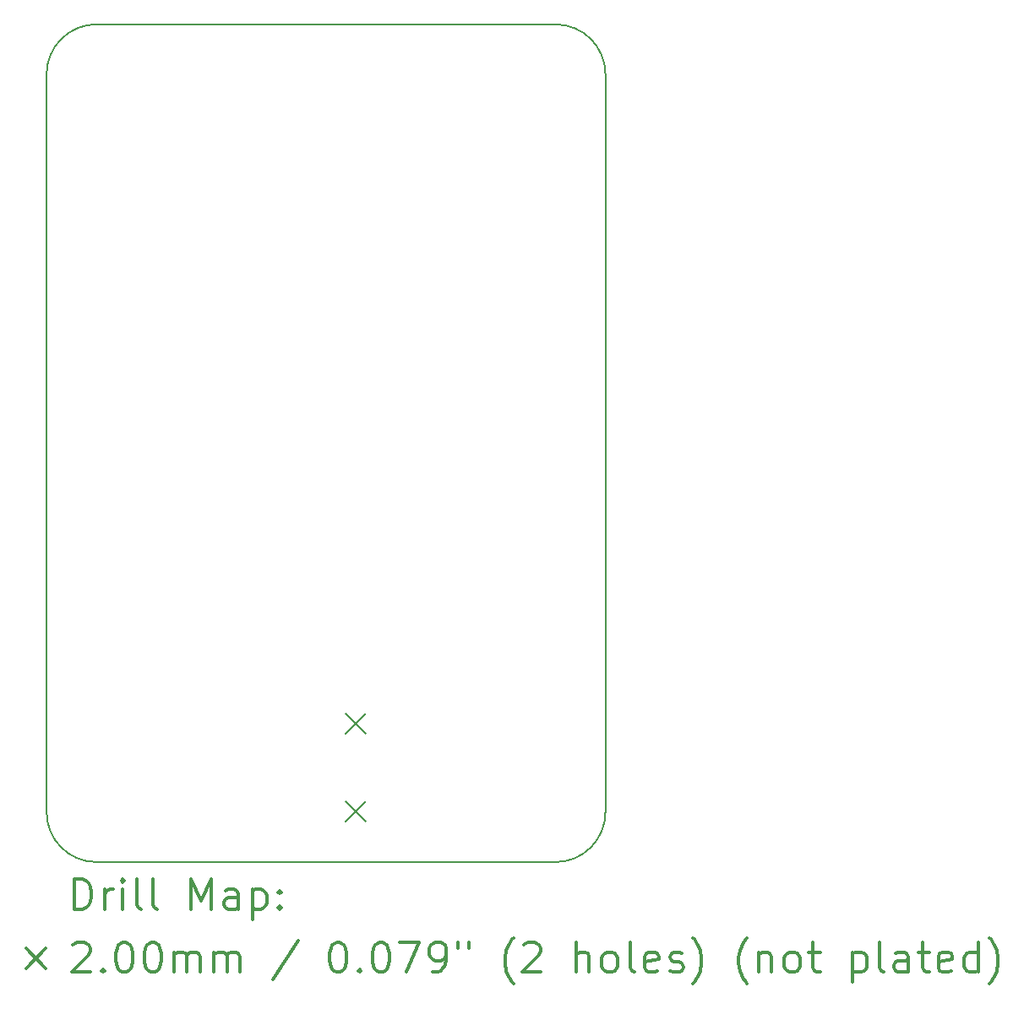
<source format=gbr>
%FSLAX45Y45*%
G04 Gerber Fmt 4.5, Leading zero omitted, Abs format (unit mm)*
G04 Created by KiCad (PCBNEW 5.0.2+dfsg1-1) date Sun 10 Apr 2022 01:54:58 AM PDT*
%MOMM*%
%LPD*%
G01*
G04 APERTURE LIST*
%ADD10C,0.150000*%
%ADD11C,0.200000*%
%ADD12C,0.300000*%
G04 APERTURE END LIST*
D10*
X13800000Y-1600000D02*
X18400000Y-1600000D01*
X13800000Y-10000000D02*
X18400000Y-10000000D01*
X18900000Y-9500000D02*
X18900000Y-2100000D01*
X13300000Y-2100000D02*
X13300000Y-9500000D01*
X18400000Y-1600000D02*
G75*
G02X18900000Y-2100000I0J-500000D01*
G01*
X18900000Y-9500000D02*
G75*
G02X18400000Y-10000000I-500000J0D01*
G01*
X13800000Y-10000000D02*
G75*
G02X13300000Y-9500000I0J500000D01*
G01*
X13300000Y-2100000D02*
G75*
G02X13800000Y-1600000I500000J0D01*
G01*
D11*
X16300000Y-8510000D02*
X16500000Y-8710000D01*
X16500000Y-8510000D02*
X16300000Y-8710000D01*
X16300000Y-9390000D02*
X16500000Y-9590000D01*
X16500000Y-9390000D02*
X16300000Y-9590000D01*
D12*
X13578928Y-10473214D02*
X13578928Y-10173214D01*
X13650357Y-10173214D01*
X13693214Y-10187500D01*
X13721786Y-10216072D01*
X13736071Y-10244643D01*
X13750357Y-10301786D01*
X13750357Y-10344643D01*
X13736071Y-10401786D01*
X13721786Y-10430357D01*
X13693214Y-10458929D01*
X13650357Y-10473214D01*
X13578928Y-10473214D01*
X13878928Y-10473214D02*
X13878928Y-10273214D01*
X13878928Y-10330357D02*
X13893214Y-10301786D01*
X13907500Y-10287500D01*
X13936071Y-10273214D01*
X13964643Y-10273214D01*
X14064643Y-10473214D02*
X14064643Y-10273214D01*
X14064643Y-10173214D02*
X14050357Y-10187500D01*
X14064643Y-10201786D01*
X14078928Y-10187500D01*
X14064643Y-10173214D01*
X14064643Y-10201786D01*
X14250357Y-10473214D02*
X14221786Y-10458929D01*
X14207500Y-10430357D01*
X14207500Y-10173214D01*
X14407500Y-10473214D02*
X14378928Y-10458929D01*
X14364643Y-10430357D01*
X14364643Y-10173214D01*
X14750357Y-10473214D02*
X14750357Y-10173214D01*
X14850357Y-10387500D01*
X14950357Y-10173214D01*
X14950357Y-10473214D01*
X15221786Y-10473214D02*
X15221786Y-10316072D01*
X15207500Y-10287500D01*
X15178928Y-10273214D01*
X15121786Y-10273214D01*
X15093214Y-10287500D01*
X15221786Y-10458929D02*
X15193214Y-10473214D01*
X15121786Y-10473214D01*
X15093214Y-10458929D01*
X15078928Y-10430357D01*
X15078928Y-10401786D01*
X15093214Y-10373214D01*
X15121786Y-10358929D01*
X15193214Y-10358929D01*
X15221786Y-10344643D01*
X15364643Y-10273214D02*
X15364643Y-10573214D01*
X15364643Y-10287500D02*
X15393214Y-10273214D01*
X15450357Y-10273214D01*
X15478928Y-10287500D01*
X15493214Y-10301786D01*
X15507500Y-10330357D01*
X15507500Y-10416072D01*
X15493214Y-10444643D01*
X15478928Y-10458929D01*
X15450357Y-10473214D01*
X15393214Y-10473214D01*
X15364643Y-10458929D01*
X15636071Y-10444643D02*
X15650357Y-10458929D01*
X15636071Y-10473214D01*
X15621786Y-10458929D01*
X15636071Y-10444643D01*
X15636071Y-10473214D01*
X15636071Y-10287500D02*
X15650357Y-10301786D01*
X15636071Y-10316072D01*
X15621786Y-10301786D01*
X15636071Y-10287500D01*
X15636071Y-10316072D01*
X13092500Y-10867500D02*
X13292500Y-11067500D01*
X13292500Y-10867500D02*
X13092500Y-11067500D01*
X13564643Y-10831786D02*
X13578928Y-10817500D01*
X13607500Y-10803214D01*
X13678928Y-10803214D01*
X13707500Y-10817500D01*
X13721786Y-10831786D01*
X13736071Y-10860357D01*
X13736071Y-10888929D01*
X13721786Y-10931786D01*
X13550357Y-11103214D01*
X13736071Y-11103214D01*
X13864643Y-11074643D02*
X13878928Y-11088929D01*
X13864643Y-11103214D01*
X13850357Y-11088929D01*
X13864643Y-11074643D01*
X13864643Y-11103214D01*
X14064643Y-10803214D02*
X14093214Y-10803214D01*
X14121786Y-10817500D01*
X14136071Y-10831786D01*
X14150357Y-10860357D01*
X14164643Y-10917500D01*
X14164643Y-10988929D01*
X14150357Y-11046072D01*
X14136071Y-11074643D01*
X14121786Y-11088929D01*
X14093214Y-11103214D01*
X14064643Y-11103214D01*
X14036071Y-11088929D01*
X14021786Y-11074643D01*
X14007500Y-11046072D01*
X13993214Y-10988929D01*
X13993214Y-10917500D01*
X14007500Y-10860357D01*
X14021786Y-10831786D01*
X14036071Y-10817500D01*
X14064643Y-10803214D01*
X14350357Y-10803214D02*
X14378928Y-10803214D01*
X14407500Y-10817500D01*
X14421786Y-10831786D01*
X14436071Y-10860357D01*
X14450357Y-10917500D01*
X14450357Y-10988929D01*
X14436071Y-11046072D01*
X14421786Y-11074643D01*
X14407500Y-11088929D01*
X14378928Y-11103214D01*
X14350357Y-11103214D01*
X14321786Y-11088929D01*
X14307500Y-11074643D01*
X14293214Y-11046072D01*
X14278928Y-10988929D01*
X14278928Y-10917500D01*
X14293214Y-10860357D01*
X14307500Y-10831786D01*
X14321786Y-10817500D01*
X14350357Y-10803214D01*
X14578928Y-11103214D02*
X14578928Y-10903214D01*
X14578928Y-10931786D02*
X14593214Y-10917500D01*
X14621786Y-10903214D01*
X14664643Y-10903214D01*
X14693214Y-10917500D01*
X14707500Y-10946072D01*
X14707500Y-11103214D01*
X14707500Y-10946072D02*
X14721786Y-10917500D01*
X14750357Y-10903214D01*
X14793214Y-10903214D01*
X14821786Y-10917500D01*
X14836071Y-10946072D01*
X14836071Y-11103214D01*
X14978928Y-11103214D02*
X14978928Y-10903214D01*
X14978928Y-10931786D02*
X14993214Y-10917500D01*
X15021786Y-10903214D01*
X15064643Y-10903214D01*
X15093214Y-10917500D01*
X15107500Y-10946072D01*
X15107500Y-11103214D01*
X15107500Y-10946072D02*
X15121786Y-10917500D01*
X15150357Y-10903214D01*
X15193214Y-10903214D01*
X15221786Y-10917500D01*
X15236071Y-10946072D01*
X15236071Y-11103214D01*
X15821786Y-10788929D02*
X15564643Y-11174643D01*
X16207500Y-10803214D02*
X16236071Y-10803214D01*
X16264643Y-10817500D01*
X16278928Y-10831786D01*
X16293214Y-10860357D01*
X16307500Y-10917500D01*
X16307500Y-10988929D01*
X16293214Y-11046072D01*
X16278928Y-11074643D01*
X16264643Y-11088929D01*
X16236071Y-11103214D01*
X16207500Y-11103214D01*
X16178928Y-11088929D01*
X16164643Y-11074643D01*
X16150357Y-11046072D01*
X16136071Y-10988929D01*
X16136071Y-10917500D01*
X16150357Y-10860357D01*
X16164643Y-10831786D01*
X16178928Y-10817500D01*
X16207500Y-10803214D01*
X16436071Y-11074643D02*
X16450357Y-11088929D01*
X16436071Y-11103214D01*
X16421786Y-11088929D01*
X16436071Y-11074643D01*
X16436071Y-11103214D01*
X16636071Y-10803214D02*
X16664643Y-10803214D01*
X16693214Y-10817500D01*
X16707500Y-10831786D01*
X16721786Y-10860357D01*
X16736071Y-10917500D01*
X16736071Y-10988929D01*
X16721786Y-11046072D01*
X16707500Y-11074643D01*
X16693214Y-11088929D01*
X16664643Y-11103214D01*
X16636071Y-11103214D01*
X16607500Y-11088929D01*
X16593214Y-11074643D01*
X16578928Y-11046072D01*
X16564643Y-10988929D01*
X16564643Y-10917500D01*
X16578928Y-10860357D01*
X16593214Y-10831786D01*
X16607500Y-10817500D01*
X16636071Y-10803214D01*
X16836071Y-10803214D02*
X17036071Y-10803214D01*
X16907500Y-11103214D01*
X17164643Y-11103214D02*
X17221786Y-11103214D01*
X17250357Y-11088929D01*
X17264643Y-11074643D01*
X17293214Y-11031786D01*
X17307500Y-10974643D01*
X17307500Y-10860357D01*
X17293214Y-10831786D01*
X17278928Y-10817500D01*
X17250357Y-10803214D01*
X17193214Y-10803214D01*
X17164643Y-10817500D01*
X17150357Y-10831786D01*
X17136071Y-10860357D01*
X17136071Y-10931786D01*
X17150357Y-10960357D01*
X17164643Y-10974643D01*
X17193214Y-10988929D01*
X17250357Y-10988929D01*
X17278928Y-10974643D01*
X17293214Y-10960357D01*
X17307500Y-10931786D01*
X17421786Y-10803214D02*
X17421786Y-10860357D01*
X17536071Y-10803214D02*
X17536071Y-10860357D01*
X17978928Y-11217500D02*
X17964643Y-11203214D01*
X17936071Y-11160357D01*
X17921786Y-11131786D01*
X17907500Y-11088929D01*
X17893214Y-11017500D01*
X17893214Y-10960357D01*
X17907500Y-10888929D01*
X17921786Y-10846072D01*
X17936071Y-10817500D01*
X17964643Y-10774643D01*
X17978928Y-10760357D01*
X18078928Y-10831786D02*
X18093214Y-10817500D01*
X18121786Y-10803214D01*
X18193214Y-10803214D01*
X18221786Y-10817500D01*
X18236071Y-10831786D01*
X18250357Y-10860357D01*
X18250357Y-10888929D01*
X18236071Y-10931786D01*
X18064643Y-11103214D01*
X18250357Y-11103214D01*
X18607500Y-11103214D02*
X18607500Y-10803214D01*
X18736071Y-11103214D02*
X18736071Y-10946072D01*
X18721786Y-10917500D01*
X18693214Y-10903214D01*
X18650357Y-10903214D01*
X18621786Y-10917500D01*
X18607500Y-10931786D01*
X18921786Y-11103214D02*
X18893214Y-11088929D01*
X18878928Y-11074643D01*
X18864643Y-11046072D01*
X18864643Y-10960357D01*
X18878928Y-10931786D01*
X18893214Y-10917500D01*
X18921786Y-10903214D01*
X18964643Y-10903214D01*
X18993214Y-10917500D01*
X19007500Y-10931786D01*
X19021786Y-10960357D01*
X19021786Y-11046072D01*
X19007500Y-11074643D01*
X18993214Y-11088929D01*
X18964643Y-11103214D01*
X18921786Y-11103214D01*
X19193214Y-11103214D02*
X19164643Y-11088929D01*
X19150357Y-11060357D01*
X19150357Y-10803214D01*
X19421786Y-11088929D02*
X19393214Y-11103214D01*
X19336071Y-11103214D01*
X19307500Y-11088929D01*
X19293214Y-11060357D01*
X19293214Y-10946072D01*
X19307500Y-10917500D01*
X19336071Y-10903214D01*
X19393214Y-10903214D01*
X19421786Y-10917500D01*
X19436071Y-10946072D01*
X19436071Y-10974643D01*
X19293214Y-11003214D01*
X19550357Y-11088929D02*
X19578928Y-11103214D01*
X19636071Y-11103214D01*
X19664643Y-11088929D01*
X19678928Y-11060357D01*
X19678928Y-11046072D01*
X19664643Y-11017500D01*
X19636071Y-11003214D01*
X19593214Y-11003214D01*
X19564643Y-10988929D01*
X19550357Y-10960357D01*
X19550357Y-10946072D01*
X19564643Y-10917500D01*
X19593214Y-10903214D01*
X19636071Y-10903214D01*
X19664643Y-10917500D01*
X19778928Y-11217500D02*
X19793214Y-11203214D01*
X19821786Y-11160357D01*
X19836071Y-11131786D01*
X19850357Y-11088929D01*
X19864643Y-11017500D01*
X19864643Y-10960357D01*
X19850357Y-10888929D01*
X19836071Y-10846072D01*
X19821786Y-10817500D01*
X19793214Y-10774643D01*
X19778928Y-10760357D01*
X20321786Y-11217500D02*
X20307500Y-11203214D01*
X20278928Y-11160357D01*
X20264643Y-11131786D01*
X20250357Y-11088929D01*
X20236071Y-11017500D01*
X20236071Y-10960357D01*
X20250357Y-10888929D01*
X20264643Y-10846072D01*
X20278928Y-10817500D01*
X20307500Y-10774643D01*
X20321786Y-10760357D01*
X20436071Y-10903214D02*
X20436071Y-11103214D01*
X20436071Y-10931786D02*
X20450357Y-10917500D01*
X20478928Y-10903214D01*
X20521786Y-10903214D01*
X20550357Y-10917500D01*
X20564643Y-10946072D01*
X20564643Y-11103214D01*
X20750357Y-11103214D02*
X20721786Y-11088929D01*
X20707500Y-11074643D01*
X20693214Y-11046072D01*
X20693214Y-10960357D01*
X20707500Y-10931786D01*
X20721786Y-10917500D01*
X20750357Y-10903214D01*
X20793214Y-10903214D01*
X20821786Y-10917500D01*
X20836071Y-10931786D01*
X20850357Y-10960357D01*
X20850357Y-11046072D01*
X20836071Y-11074643D01*
X20821786Y-11088929D01*
X20793214Y-11103214D01*
X20750357Y-11103214D01*
X20936071Y-10903214D02*
X21050357Y-10903214D01*
X20978928Y-10803214D02*
X20978928Y-11060357D01*
X20993214Y-11088929D01*
X21021786Y-11103214D01*
X21050357Y-11103214D01*
X21378928Y-10903214D02*
X21378928Y-11203214D01*
X21378928Y-10917500D02*
X21407500Y-10903214D01*
X21464643Y-10903214D01*
X21493214Y-10917500D01*
X21507500Y-10931786D01*
X21521786Y-10960357D01*
X21521786Y-11046072D01*
X21507500Y-11074643D01*
X21493214Y-11088929D01*
X21464643Y-11103214D01*
X21407500Y-11103214D01*
X21378928Y-11088929D01*
X21693214Y-11103214D02*
X21664643Y-11088929D01*
X21650357Y-11060357D01*
X21650357Y-10803214D01*
X21936071Y-11103214D02*
X21936071Y-10946072D01*
X21921786Y-10917500D01*
X21893214Y-10903214D01*
X21836071Y-10903214D01*
X21807500Y-10917500D01*
X21936071Y-11088929D02*
X21907500Y-11103214D01*
X21836071Y-11103214D01*
X21807500Y-11088929D01*
X21793214Y-11060357D01*
X21793214Y-11031786D01*
X21807500Y-11003214D01*
X21836071Y-10988929D01*
X21907500Y-10988929D01*
X21936071Y-10974643D01*
X22036071Y-10903214D02*
X22150357Y-10903214D01*
X22078928Y-10803214D02*
X22078928Y-11060357D01*
X22093214Y-11088929D01*
X22121786Y-11103214D01*
X22150357Y-11103214D01*
X22364643Y-11088929D02*
X22336071Y-11103214D01*
X22278928Y-11103214D01*
X22250357Y-11088929D01*
X22236071Y-11060357D01*
X22236071Y-10946072D01*
X22250357Y-10917500D01*
X22278928Y-10903214D01*
X22336071Y-10903214D01*
X22364643Y-10917500D01*
X22378928Y-10946072D01*
X22378928Y-10974643D01*
X22236071Y-11003214D01*
X22636071Y-11103214D02*
X22636071Y-10803214D01*
X22636071Y-11088929D02*
X22607500Y-11103214D01*
X22550357Y-11103214D01*
X22521786Y-11088929D01*
X22507500Y-11074643D01*
X22493214Y-11046072D01*
X22493214Y-10960357D01*
X22507500Y-10931786D01*
X22521786Y-10917500D01*
X22550357Y-10903214D01*
X22607500Y-10903214D01*
X22636071Y-10917500D01*
X22750357Y-11217500D02*
X22764643Y-11203214D01*
X22793214Y-11160357D01*
X22807500Y-11131786D01*
X22821786Y-11088929D01*
X22836071Y-11017500D01*
X22836071Y-10960357D01*
X22821786Y-10888929D01*
X22807500Y-10846072D01*
X22793214Y-10817500D01*
X22764643Y-10774643D01*
X22750357Y-10760357D01*
M02*

</source>
